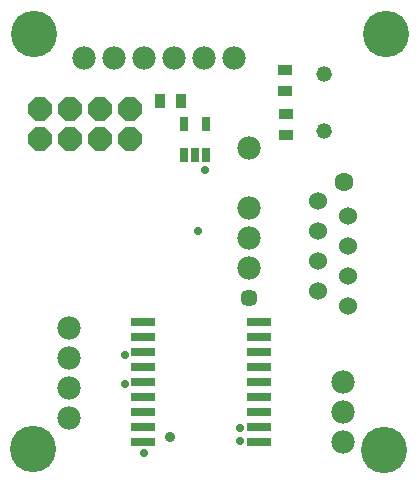
<source format=gts>
G75*
G70*
%OFA0B0*%
%FSLAX24Y24*%
%IPPOS*%
%LPD*%
%AMOC8*
5,1,8,0,0,1.08239X$1,22.5*
%
%ADD10R,0.0512X0.0355*%
%ADD11C,0.0520*%
%ADD12R,0.0840X0.0300*%
%ADD13C,0.0780*%
%ADD14C,0.0571*%
%ADD15OC8,0.0780*%
%ADD16C,0.0600*%
%ADD17C,0.0631*%
%ADD18R,0.0257X0.0512*%
%ADD19R,0.0355X0.0512*%
%ADD20C,0.0276*%
%ADD21C,0.0355*%
%ADD22C,0.1542*%
D10*
X013410Y016261D03*
X013410Y016969D03*
X013400Y017711D03*
X013400Y018419D03*
D11*
X014690Y018275D03*
X014690Y016375D03*
D12*
X012510Y010015D03*
X012510Y009515D03*
X012510Y009015D03*
X012510Y008515D03*
X012510Y008015D03*
X012510Y007515D03*
X012510Y007015D03*
X012510Y006515D03*
X012510Y006015D03*
X008650Y006015D03*
X008650Y006515D03*
X008650Y007015D03*
X008650Y007515D03*
X008650Y008015D03*
X008650Y008515D03*
X008650Y009015D03*
X008650Y009515D03*
X008650Y010015D03*
D13*
X006190Y009825D03*
X006190Y008825D03*
X006190Y007825D03*
X006190Y006825D03*
X012190Y011825D03*
X012190Y012825D03*
X012190Y013825D03*
X012190Y015825D03*
X011690Y018825D03*
X010690Y018825D03*
X009690Y018825D03*
X008690Y018825D03*
X007690Y018825D03*
X006690Y018825D03*
X015320Y008025D03*
X015320Y007025D03*
X015320Y006025D03*
D14*
X012190Y010825D03*
D15*
X008230Y016135D03*
X008230Y017135D03*
X007230Y017135D03*
X007230Y016135D03*
X006230Y016135D03*
X006230Y017135D03*
X005230Y017135D03*
X005230Y016135D03*
D16*
X014500Y014045D03*
X014500Y013045D03*
X014500Y012045D03*
X014500Y011045D03*
X015500Y010545D03*
X015500Y011545D03*
X015500Y012545D03*
X015500Y013545D03*
D17*
X015356Y014683D03*
D18*
X010764Y015593D03*
X010390Y015593D03*
X010015Y015593D03*
X010015Y016617D03*
X010764Y016617D03*
D19*
X009934Y017375D03*
X009225Y017375D03*
D20*
X010710Y015095D03*
X010500Y013065D03*
X008050Y008935D03*
X008050Y007955D03*
X008680Y005645D03*
X011900Y006065D03*
X011900Y006485D03*
D21*
X009565Y006180D03*
D22*
X004995Y005805D03*
X016680Y005745D03*
X016745Y019615D03*
X005025Y019615D03*
M02*

</source>
